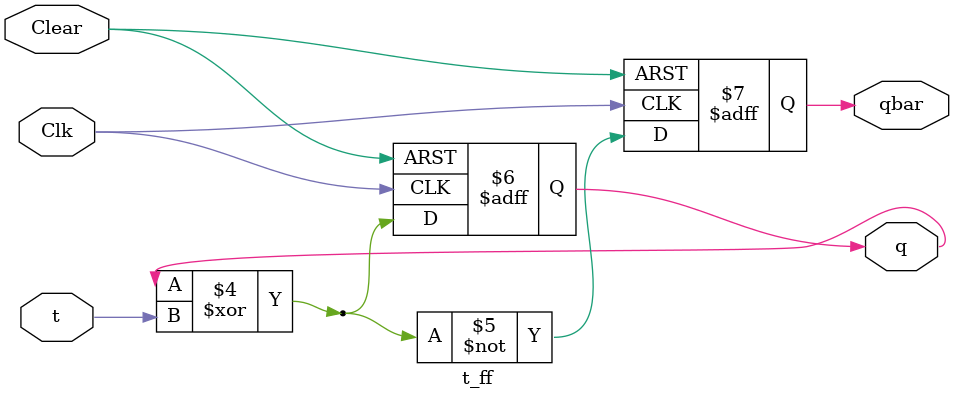
<source format=v>
`timescale 1ns / 1ps


module t_ff(
    input t,Clk,Clear,
    output reg q,qbar
    );
    always @(posedge Clk or negedge Clear)
    begin
        if(Clear == 0)
        begin
            q <= 0;
            qbar <= 1;
        end
        else if(Clk == 1)
        begin
            q = q ^ t;
            qbar = ~q;
        end
    end
endmodule

</source>
